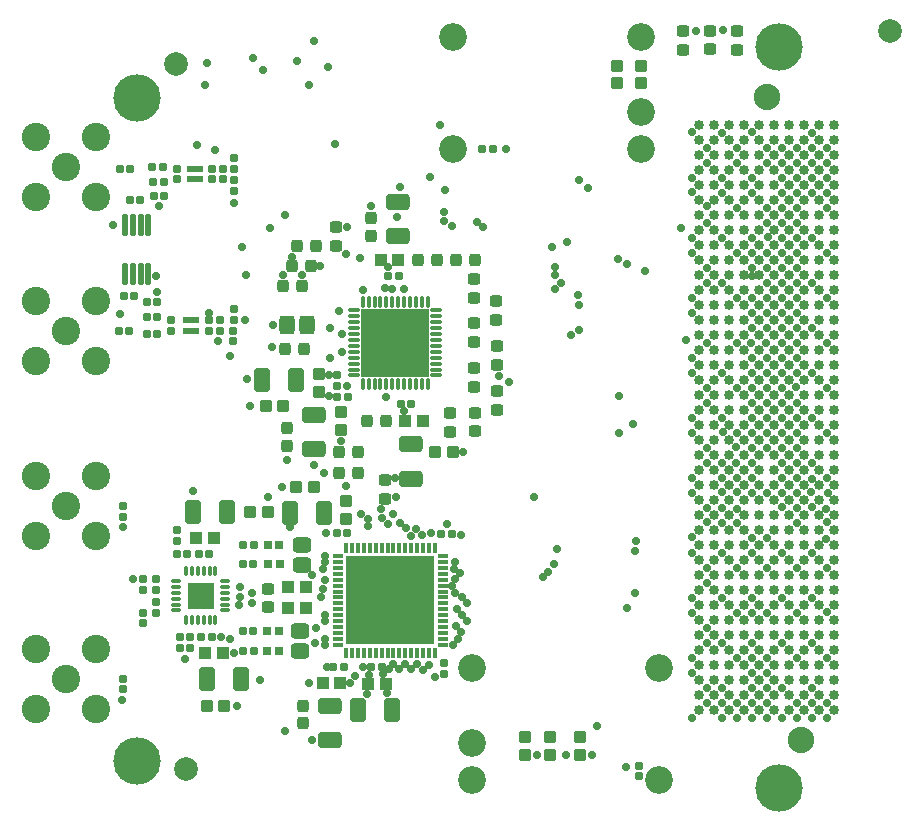
<source format=gts>
G04 Layer_Color=8388736*
%FSLAX25Y25*%
%MOIN*%
G70*
G01*
G75*
G04:AMPARAMS|DCode=66|XSize=28mil|YSize=28mil|CornerRadius=10mil|HoleSize=0mil|Usage=FLASHONLY|Rotation=90.000|XOffset=0mil|YOffset=0mil|HoleType=Round|Shape=RoundedRectangle|*
%AMROUNDEDRECTD66*
21,1,0.02800,0.00800,0,0,90.0*
21,1,0.00800,0.02800,0,0,90.0*
1,1,0.02000,0.00400,0.00400*
1,1,0.02000,0.00400,-0.00400*
1,1,0.02000,-0.00400,-0.00400*
1,1,0.02000,-0.00400,0.00400*
%
%ADD66ROUNDEDRECTD66*%
G04:AMPARAMS|DCode=67|XSize=28mil|YSize=28mil|CornerRadius=10mil|HoleSize=0mil|Usage=FLASHONLY|Rotation=180.000|XOffset=0mil|YOffset=0mil|HoleType=Round|Shape=RoundedRectangle|*
%AMROUNDEDRECTD67*
21,1,0.02800,0.00800,0,0,180.0*
21,1,0.00800,0.02800,0,0,180.0*
1,1,0.02000,-0.00400,0.00400*
1,1,0.02000,0.00400,0.00400*
1,1,0.02000,0.00400,-0.00400*
1,1,0.02000,-0.00400,-0.00400*
%
%ADD67ROUNDEDRECTD67*%
%ADD68O,0.02126X0.07638*%
%ADD69R,0.02769X0.01981*%
G04:AMPARAMS|DCode=70|XSize=79mil|YSize=55mil|CornerRadius=11.99mil|HoleSize=0mil|Usage=FLASHONLY|Rotation=90.000|XOffset=0mil|YOffset=0mil|HoleType=Round|Shape=RoundedRectangle|*
%AMROUNDEDRECTD70*
21,1,0.07900,0.03102,0,0,90.0*
21,1,0.05502,0.05500,0,0,90.0*
1,1,0.02398,0.01551,0.02751*
1,1,0.02398,0.01551,-0.02751*
1,1,0.02398,-0.01551,-0.02751*
1,1,0.02398,-0.01551,0.02751*
%
%ADD70ROUNDEDRECTD70*%
G04:AMPARAMS|DCode=71|XSize=43mil|YSize=42mil|CornerRadius=13.01mil|HoleSize=0mil|Usage=FLASHONLY|Rotation=90.000|XOffset=0mil|YOffset=0mil|HoleType=Round|Shape=RoundedRectangle|*
%AMROUNDEDRECTD71*
21,1,0.04300,0.01598,0,0,90.0*
21,1,0.01698,0.04200,0,0,90.0*
1,1,0.02602,0.00799,0.00849*
1,1,0.02602,0.00799,-0.00849*
1,1,0.02602,-0.00799,-0.00849*
1,1,0.02602,-0.00799,0.00849*
%
%ADD71ROUNDEDRECTD71*%
G04:AMPARAMS|DCode=72|XSize=43mil|YSize=42mil|CornerRadius=13.01mil|HoleSize=0mil|Usage=FLASHONLY|Rotation=0.000|XOffset=0mil|YOffset=0mil|HoleType=Round|Shape=RoundedRectangle|*
%AMROUNDEDRECTD72*
21,1,0.04300,0.01598,0,0,0.0*
21,1,0.01698,0.04200,0,0,0.0*
1,1,0.02602,0.00849,-0.00799*
1,1,0.02602,-0.00849,-0.00799*
1,1,0.02602,-0.00849,0.00799*
1,1,0.02602,0.00849,0.00799*
%
%ADD72ROUNDEDRECTD72*%
G04:AMPARAMS|DCode=73|XSize=79mil|YSize=55mil|CornerRadius=11.99mil|HoleSize=0mil|Usage=FLASHONLY|Rotation=180.000|XOffset=0mil|YOffset=0mil|HoleType=Round|Shape=RoundedRectangle|*
%AMROUNDEDRECTD73*
21,1,0.07900,0.03102,0,0,180.0*
21,1,0.05502,0.05500,0,0,180.0*
1,1,0.02398,-0.02751,0.01551*
1,1,0.02398,0.02751,0.01551*
1,1,0.02398,0.02751,-0.01551*
1,1,0.02398,-0.02751,-0.01551*
%
%ADD73ROUNDEDRECTD73*%
G04:AMPARAMS|DCode=74|XSize=43mil|YSize=39mil|CornerRadius=10.05mil|HoleSize=0mil|Usage=FLASHONLY|Rotation=90.000|XOffset=0mil|YOffset=0mil|HoleType=Round|Shape=RoundedRectangle|*
%AMROUNDEDRECTD74*
21,1,0.04300,0.01891,0,0,90.0*
21,1,0.02291,0.03900,0,0,90.0*
1,1,0.02009,0.00946,0.01146*
1,1,0.02009,0.00946,-0.01146*
1,1,0.02009,-0.00946,-0.01146*
1,1,0.02009,-0.00946,0.01146*
%
%ADD74ROUNDEDRECTD74*%
G04:AMPARAMS|DCode=75|XSize=43mil|YSize=42mil|CornerRadius=9.95mil|HoleSize=0mil|Usage=FLASHONLY|Rotation=90.000|XOffset=0mil|YOffset=0mil|HoleType=Round|Shape=RoundedRectangle|*
%AMROUNDEDRECTD75*
21,1,0.04300,0.02210,0,0,90.0*
21,1,0.02310,0.04200,0,0,90.0*
1,1,0.01990,0.01105,0.01155*
1,1,0.01990,0.01105,-0.01155*
1,1,0.01990,-0.01105,-0.01155*
1,1,0.01990,-0.01105,0.01155*
%
%ADD75ROUNDEDRECTD75*%
G04:AMPARAMS|DCode=76|XSize=43mil|YSize=39mil|CornerRadius=10.05mil|HoleSize=0mil|Usage=FLASHONLY|Rotation=0.000|XOffset=0mil|YOffset=0mil|HoleType=Round|Shape=RoundedRectangle|*
%AMROUNDEDRECTD76*
21,1,0.04300,0.01891,0,0,0.0*
21,1,0.02291,0.03900,0,0,0.0*
1,1,0.02009,0.01146,-0.00946*
1,1,0.02009,-0.01146,-0.00946*
1,1,0.02009,-0.01146,0.00946*
1,1,0.02009,0.01146,0.00946*
%
%ADD76ROUNDEDRECTD76*%
G04:AMPARAMS|DCode=77|XSize=63mil|YSize=51mil|CornerRadius=11.96mil|HoleSize=0mil|Usage=FLASHONLY|Rotation=90.000|XOffset=0mil|YOffset=0mil|HoleType=Round|Shape=RoundedRectangle|*
%AMROUNDEDRECTD77*
21,1,0.06300,0.02709,0,0,90.0*
21,1,0.03909,0.05100,0,0,90.0*
1,1,0.02391,0.01355,0.01955*
1,1,0.02391,0.01355,-0.01955*
1,1,0.02391,-0.01355,-0.01955*
1,1,0.02391,-0.01355,0.01955*
%
%ADD77ROUNDEDRECTD77*%
G04:AMPARAMS|DCode=78|XSize=43mil|YSize=42mil|CornerRadius=9.95mil|HoleSize=0mil|Usage=FLASHONLY|Rotation=0.000|XOffset=0mil|YOffset=0mil|HoleType=Round|Shape=RoundedRectangle|*
%AMROUNDEDRECTD78*
21,1,0.04300,0.02210,0,0,0.0*
21,1,0.02310,0.04200,0,0,0.0*
1,1,0.01990,0.01155,-0.01105*
1,1,0.01990,-0.01155,-0.01105*
1,1,0.01990,-0.01155,0.01105*
1,1,0.01990,0.01155,0.01105*
%
%ADD78ROUNDEDRECTD78*%
%ADD79O,0.01654X0.03898*%
%ADD80R,0.22598X0.22598*%
%ADD81O,0.03898X0.01654*%
%ADD82R,0.03162X0.02769*%
%ADD83O,0.03740X0.01378*%
%ADD84O,0.01378X0.03740*%
%ADD85R,0.08858X0.08858*%
G04:AMPARAMS|DCode=86|XSize=63mil|YSize=51mil|CornerRadius=11.96mil|HoleSize=0mil|Usage=FLASHONLY|Rotation=180.000|XOffset=0mil|YOffset=0mil|HoleType=Round|Shape=RoundedRectangle|*
%AMROUNDEDRECTD86*
21,1,0.06300,0.02709,0,0,180.0*
21,1,0.03909,0.05100,0,0,180.0*
1,1,0.02391,-0.01955,0.01355*
1,1,0.02391,0.01955,0.01355*
1,1,0.02391,0.01955,-0.01355*
1,1,0.02391,-0.01955,-0.01355*
%
%ADD86ROUNDEDRECTD86*%
%ADD87R,0.29685X0.29685*%
%ADD88O,0.03701X0.01457*%
%ADD89O,0.01457X0.03701*%
%ADD90C,0.03320*%
%ADD91C,0.07874*%
%ADD92C,0.09200*%
%ADD93C,0.15800*%
%ADD94C,0.09461*%
%ADD95C,0.08800*%
%ADD96C,0.06299*%
%ADD97C,0.02800*%
%ADD98C,0.02769*%
D66*
X523250Y763500D02*
D03*
X526750D02*
D03*
X511800Y772500D02*
D03*
X515300D02*
D03*
X522750Y773000D02*
D03*
X526250D02*
D03*
X542750Y772500D02*
D03*
X546250D02*
D03*
X542750Y769000D02*
D03*
X546250D02*
D03*
X523000Y768000D02*
D03*
X526500D02*
D03*
X515250Y762000D02*
D03*
X518750D02*
D03*
X524300Y723000D02*
D03*
X520800D02*
D03*
X515050Y718500D02*
D03*
X511550D02*
D03*
X524300Y717500D02*
D03*
X520800D02*
D03*
Y728000D02*
D03*
X524300D02*
D03*
X545250Y718500D02*
D03*
X541750D02*
D03*
X545250Y722000D02*
D03*
X541750D02*
D03*
X516750Y730000D02*
D03*
X513250D02*
D03*
X587850Y696500D02*
D03*
X584350D02*
D03*
X604850Y736700D02*
D03*
X601350D02*
D03*
X609000Y694100D02*
D03*
X605500D02*
D03*
X534350Y644200D02*
D03*
X530850D02*
D03*
X531850Y612700D02*
D03*
X535350D02*
D03*
Y616400D02*
D03*
X531850D02*
D03*
X556350Y618489D02*
D03*
X552850D02*
D03*
X556450Y611739D02*
D03*
X552950D02*
D03*
X541650Y644193D02*
D03*
X538150D02*
D03*
X556500Y647200D02*
D03*
X553000D02*
D03*
X556350Y640700D02*
D03*
X552850D02*
D03*
X539100Y616400D02*
D03*
X542600D02*
D03*
X586450Y606500D02*
D03*
X582950D02*
D03*
X587750Y651000D02*
D03*
X584250D02*
D03*
X599150Y606500D02*
D03*
X595650D02*
D03*
X619058Y650700D02*
D03*
X622558D02*
D03*
X636250Y779122D02*
D03*
X632750D02*
D03*
D67*
X550000Y772500D02*
D03*
Y776000D02*
D03*
Y768750D02*
D03*
Y765250D02*
D03*
X529000Y722000D02*
D03*
Y718500D02*
D03*
X550000Y722250D02*
D03*
Y725750D02*
D03*
X549500Y718600D02*
D03*
Y715100D02*
D03*
X584312Y703673D02*
D03*
Y700173D02*
D03*
X531000Y772500D02*
D03*
Y769000D02*
D03*
X530900Y648500D02*
D03*
Y652000D02*
D03*
X512800Y656600D02*
D03*
Y660100D02*
D03*
X524000Y635800D02*
D03*
Y632300D02*
D03*
X519700Y635800D02*
D03*
Y632300D02*
D03*
Y624550D02*
D03*
Y621050D02*
D03*
X523900Y628050D02*
D03*
Y624550D02*
D03*
X512900Y599150D02*
D03*
Y602650D02*
D03*
X620000Y607700D02*
D03*
Y604200D02*
D03*
X685000Y573550D02*
D03*
Y570050D02*
D03*
D68*
X521339Y753669D02*
D03*
X518780D02*
D03*
X516221D02*
D03*
X513661D02*
D03*
X521339Y737331D02*
D03*
X518780D02*
D03*
X516221D02*
D03*
X513661D02*
D03*
D69*
X537000Y722000D02*
D03*
X534244D02*
D03*
Y718500D02*
D03*
X537000D02*
D03*
X535622Y769000D02*
D03*
X538378D02*
D03*
Y772500D02*
D03*
X535622D02*
D03*
D70*
X559269Y702200D02*
D03*
X570669D02*
D03*
X536300Y658100D02*
D03*
X547700D02*
D03*
X568500Y657900D02*
D03*
X579900D02*
D03*
X552400Y602500D02*
D03*
X541000D02*
D03*
X602700Y592100D02*
D03*
X591300D02*
D03*
D71*
X567500Y680300D02*
D03*
Y686200D02*
D03*
X595600Y756000D02*
D03*
Y750100D02*
D03*
X572900Y587750D02*
D03*
Y593650D02*
D03*
D72*
X560500Y693446D02*
D03*
X566400D02*
D03*
X570650Y666600D02*
D03*
X576550D02*
D03*
X561300Y658136D02*
D03*
X555400D02*
D03*
X546700Y593500D02*
D03*
X540800D02*
D03*
X622900Y678000D02*
D03*
X617000D02*
D03*
D73*
X576700Y679200D02*
D03*
Y690600D02*
D03*
X608800Y669300D02*
D03*
Y680700D02*
D03*
X604700Y761500D02*
D03*
Y750100D02*
D03*
X582000Y582200D02*
D03*
Y593600D02*
D03*
D74*
X585100Y678200D02*
D03*
X591400D02*
D03*
X594200Y688500D02*
D03*
X600500D02*
D03*
X584850Y671300D02*
D03*
X591150D02*
D03*
X566900Y712600D02*
D03*
X573200D02*
D03*
X566200Y733500D02*
D03*
X572500D02*
D03*
X569200Y740200D02*
D03*
X575500D02*
D03*
X571050Y746900D02*
D03*
X577350D02*
D03*
X611250Y742300D02*
D03*
X617550D02*
D03*
X623850Y742200D02*
D03*
X630150D02*
D03*
D75*
X585500Y691400D02*
D03*
Y685500D02*
D03*
X578200Y704100D02*
D03*
Y698200D02*
D03*
X587336Y655900D02*
D03*
Y661800D02*
D03*
X677500Y801000D02*
D03*
Y806900D02*
D03*
X685500Y801000D02*
D03*
Y806900D02*
D03*
X646800Y577100D02*
D03*
Y583000D02*
D03*
X655400Y577150D02*
D03*
Y583050D02*
D03*
X665400Y577150D02*
D03*
Y583050D02*
D03*
D76*
X600300Y668850D02*
D03*
Y662550D02*
D03*
X584100Y753000D02*
D03*
Y746700D02*
D03*
X630000Y729450D02*
D03*
Y735750D02*
D03*
X637400Y722118D02*
D03*
Y728418D02*
D03*
X630293Y691300D02*
D03*
Y685000D02*
D03*
X637500Y713516D02*
D03*
Y707216D02*
D03*
X630100Y706100D02*
D03*
Y699800D02*
D03*
X622000Y691150D02*
D03*
Y684850D02*
D03*
X637500Y698600D02*
D03*
Y692300D02*
D03*
X630000Y721000D02*
D03*
Y714700D02*
D03*
X561300Y626350D02*
D03*
Y632650D02*
D03*
X699500Y812200D02*
D03*
Y818500D02*
D03*
X708500Y812350D02*
D03*
Y818650D02*
D03*
X717500Y812200D02*
D03*
Y818500D02*
D03*
D77*
X574300Y720600D02*
D03*
X567600D02*
D03*
D78*
X612900Y688344D02*
D03*
X607000D02*
D03*
X543250Y649600D02*
D03*
X537350D02*
D03*
X540300Y611000D02*
D03*
X546200D02*
D03*
X585400Y601300D02*
D03*
X579500D02*
D03*
X567900Y633200D02*
D03*
X573800D02*
D03*
X567900Y626000D02*
D03*
X573800D02*
D03*
X594763Y600900D02*
D03*
X600663D02*
D03*
X604750Y742200D02*
D03*
X598850D02*
D03*
D79*
X612528Y728181D02*
D03*
X614496D02*
D03*
X608591Y700819D02*
D03*
X610559D02*
D03*
X612528D02*
D03*
X614496D02*
D03*
X602685D02*
D03*
X604654D02*
D03*
X608591Y728181D02*
D03*
X610559D02*
D03*
X592842D02*
D03*
X594811D02*
D03*
X596779D02*
D03*
X598748D02*
D03*
X600716D02*
D03*
X602685D02*
D03*
X604654D02*
D03*
X606622D02*
D03*
Y700819D02*
D03*
X600716D02*
D03*
X598748D02*
D03*
X596779D02*
D03*
X594811D02*
D03*
X592842D02*
D03*
D80*
X603669Y714500D02*
D03*
D81*
X589988Y703673D02*
D03*
Y705642D02*
D03*
Y707610D02*
D03*
Y709579D02*
D03*
Y711547D02*
D03*
Y713516D02*
D03*
Y715484D02*
D03*
Y717453D02*
D03*
Y719421D02*
D03*
Y721390D02*
D03*
Y723358D02*
D03*
Y725327D02*
D03*
X617350D02*
D03*
Y723358D02*
D03*
Y721390D02*
D03*
Y719421D02*
D03*
Y717453D02*
D03*
Y715484D02*
D03*
Y713516D02*
D03*
Y711547D02*
D03*
Y709579D02*
D03*
Y707610D02*
D03*
Y705642D02*
D03*
Y703673D02*
D03*
D82*
X565001Y618600D02*
D03*
X561064D02*
D03*
X560931Y611739D02*
D03*
X564868D02*
D03*
X565068Y647200D02*
D03*
X561131D02*
D03*
X561232Y640700D02*
D03*
X565169D02*
D03*
D83*
X530750Y635192D02*
D03*
Y633224D02*
D03*
Y631255D02*
D03*
Y629287D02*
D03*
Y627318D02*
D03*
Y625350D02*
D03*
X546892D02*
D03*
Y627318D02*
D03*
Y629287D02*
D03*
Y631255D02*
D03*
Y633224D02*
D03*
Y635192D02*
D03*
D84*
X533900Y622200D02*
D03*
X535869D02*
D03*
X537837D02*
D03*
X539806D02*
D03*
X541774D02*
D03*
X543743D02*
D03*
Y638342D02*
D03*
X541774D02*
D03*
X539806D02*
D03*
X537837D02*
D03*
X535869D02*
D03*
X533900D02*
D03*
D85*
X538821Y630271D02*
D03*
D86*
X572000Y618450D02*
D03*
Y611750D02*
D03*
X572600Y647250D02*
D03*
Y640550D02*
D03*
D87*
X602100Y628700D02*
D03*
D88*
X619718Y643464D02*
D03*
Y641495D02*
D03*
Y639527D02*
D03*
Y637558D02*
D03*
Y635590D02*
D03*
Y633621D02*
D03*
Y631653D02*
D03*
Y629684D02*
D03*
Y627716D02*
D03*
Y625747D02*
D03*
Y623779D02*
D03*
Y621810D02*
D03*
Y619842D02*
D03*
Y617873D02*
D03*
Y615905D02*
D03*
Y613936D02*
D03*
X584482D02*
D03*
Y615905D02*
D03*
Y617873D02*
D03*
Y619842D02*
D03*
Y621810D02*
D03*
Y623779D02*
D03*
Y625747D02*
D03*
Y627716D02*
D03*
Y629684D02*
D03*
Y631653D02*
D03*
Y633621D02*
D03*
Y635590D02*
D03*
Y637558D02*
D03*
Y639527D02*
D03*
Y641495D02*
D03*
Y643464D02*
D03*
D89*
X616864Y611082D02*
D03*
X612927D02*
D03*
X610958D02*
D03*
X608990D02*
D03*
X605053D02*
D03*
X603084D02*
D03*
X601116D02*
D03*
X599147D02*
D03*
X597179D02*
D03*
X595210D02*
D03*
X593242D02*
D03*
X591273D02*
D03*
X589305D02*
D03*
X587336D02*
D03*
Y646318D02*
D03*
X589305D02*
D03*
X591273D02*
D03*
X593242D02*
D03*
X595210D02*
D03*
X597179D02*
D03*
X599147D02*
D03*
X601116D02*
D03*
X603084D02*
D03*
X605053D02*
D03*
X607021D02*
D03*
X608990D02*
D03*
X610958D02*
D03*
X612927D02*
D03*
X614895D02*
D03*
X616864D02*
D03*
X614895Y611082D02*
D03*
X607021D02*
D03*
D90*
X750000Y592000D02*
D03*
Y597000D02*
D03*
Y602000D02*
D03*
Y607000D02*
D03*
Y612000D02*
D03*
Y617000D02*
D03*
Y622000D02*
D03*
Y627000D02*
D03*
Y632000D02*
D03*
Y637000D02*
D03*
Y642000D02*
D03*
Y647000D02*
D03*
Y652000D02*
D03*
Y657000D02*
D03*
Y662000D02*
D03*
Y667000D02*
D03*
Y672000D02*
D03*
Y677000D02*
D03*
Y682000D02*
D03*
Y687000D02*
D03*
Y692000D02*
D03*
Y697000D02*
D03*
Y702000D02*
D03*
Y707000D02*
D03*
Y712000D02*
D03*
Y717000D02*
D03*
Y722000D02*
D03*
Y727000D02*
D03*
Y732000D02*
D03*
Y737000D02*
D03*
Y742000D02*
D03*
Y747000D02*
D03*
Y752000D02*
D03*
Y757000D02*
D03*
Y762000D02*
D03*
Y767000D02*
D03*
Y772000D02*
D03*
Y777000D02*
D03*
Y782000D02*
D03*
Y787000D02*
D03*
X745000Y592000D02*
D03*
Y597000D02*
D03*
Y602000D02*
D03*
Y607000D02*
D03*
Y612000D02*
D03*
Y617000D02*
D03*
Y622000D02*
D03*
Y627000D02*
D03*
Y632000D02*
D03*
Y637000D02*
D03*
Y642000D02*
D03*
Y647000D02*
D03*
Y652000D02*
D03*
Y657000D02*
D03*
Y662000D02*
D03*
Y667000D02*
D03*
Y672000D02*
D03*
Y677000D02*
D03*
Y682000D02*
D03*
Y687000D02*
D03*
Y692000D02*
D03*
Y697000D02*
D03*
Y702000D02*
D03*
Y707000D02*
D03*
Y712000D02*
D03*
Y717000D02*
D03*
Y722000D02*
D03*
Y727000D02*
D03*
Y732000D02*
D03*
Y737000D02*
D03*
Y742000D02*
D03*
Y747000D02*
D03*
Y752000D02*
D03*
Y757000D02*
D03*
Y762000D02*
D03*
Y767000D02*
D03*
Y772000D02*
D03*
Y777000D02*
D03*
Y782000D02*
D03*
Y787000D02*
D03*
X740000Y592000D02*
D03*
Y597000D02*
D03*
Y602000D02*
D03*
Y607000D02*
D03*
Y612000D02*
D03*
Y617000D02*
D03*
Y622000D02*
D03*
Y627000D02*
D03*
Y632000D02*
D03*
Y637000D02*
D03*
Y642000D02*
D03*
Y647000D02*
D03*
Y652000D02*
D03*
Y657000D02*
D03*
Y662000D02*
D03*
Y667000D02*
D03*
Y672000D02*
D03*
Y677000D02*
D03*
Y682000D02*
D03*
Y687000D02*
D03*
Y692000D02*
D03*
Y697000D02*
D03*
Y702000D02*
D03*
Y707000D02*
D03*
Y712000D02*
D03*
Y717000D02*
D03*
Y722000D02*
D03*
Y727000D02*
D03*
Y732000D02*
D03*
Y737000D02*
D03*
Y742000D02*
D03*
Y747000D02*
D03*
Y752000D02*
D03*
Y757000D02*
D03*
Y762000D02*
D03*
Y767000D02*
D03*
Y772000D02*
D03*
Y777000D02*
D03*
Y782000D02*
D03*
Y787000D02*
D03*
X735000Y592000D02*
D03*
Y597000D02*
D03*
Y602000D02*
D03*
Y607000D02*
D03*
Y612000D02*
D03*
Y617000D02*
D03*
Y622000D02*
D03*
Y627000D02*
D03*
Y632000D02*
D03*
Y637000D02*
D03*
Y642000D02*
D03*
Y647000D02*
D03*
Y652000D02*
D03*
Y657000D02*
D03*
Y662000D02*
D03*
Y667000D02*
D03*
Y672000D02*
D03*
Y677000D02*
D03*
Y682000D02*
D03*
Y687000D02*
D03*
Y692000D02*
D03*
Y697000D02*
D03*
Y702000D02*
D03*
Y707000D02*
D03*
Y712000D02*
D03*
Y717000D02*
D03*
Y722000D02*
D03*
Y727000D02*
D03*
Y732000D02*
D03*
Y737000D02*
D03*
Y742000D02*
D03*
Y747000D02*
D03*
Y752000D02*
D03*
Y757000D02*
D03*
Y762000D02*
D03*
Y767000D02*
D03*
Y772000D02*
D03*
Y777000D02*
D03*
Y782000D02*
D03*
Y787000D02*
D03*
X730000Y592000D02*
D03*
Y597000D02*
D03*
Y602000D02*
D03*
Y607000D02*
D03*
Y612000D02*
D03*
Y617000D02*
D03*
Y622000D02*
D03*
Y627000D02*
D03*
Y632000D02*
D03*
Y637000D02*
D03*
Y642000D02*
D03*
Y647000D02*
D03*
Y652000D02*
D03*
Y657000D02*
D03*
Y662000D02*
D03*
Y667000D02*
D03*
Y672000D02*
D03*
Y677000D02*
D03*
Y682000D02*
D03*
Y687000D02*
D03*
Y692000D02*
D03*
Y697000D02*
D03*
Y702000D02*
D03*
Y707000D02*
D03*
Y712000D02*
D03*
Y717000D02*
D03*
Y722000D02*
D03*
Y727000D02*
D03*
Y732000D02*
D03*
Y737000D02*
D03*
Y742000D02*
D03*
Y747000D02*
D03*
Y752000D02*
D03*
Y757000D02*
D03*
Y762000D02*
D03*
Y767000D02*
D03*
Y772000D02*
D03*
Y777000D02*
D03*
Y782000D02*
D03*
Y787000D02*
D03*
X725000Y592000D02*
D03*
Y597000D02*
D03*
Y602000D02*
D03*
Y607000D02*
D03*
Y612000D02*
D03*
Y617000D02*
D03*
Y622000D02*
D03*
Y627000D02*
D03*
Y632000D02*
D03*
Y637000D02*
D03*
Y642000D02*
D03*
Y647000D02*
D03*
Y652000D02*
D03*
Y657000D02*
D03*
Y662000D02*
D03*
Y667000D02*
D03*
Y672000D02*
D03*
Y677000D02*
D03*
Y682000D02*
D03*
Y687000D02*
D03*
Y692000D02*
D03*
Y697000D02*
D03*
Y702000D02*
D03*
Y707000D02*
D03*
Y712000D02*
D03*
Y717000D02*
D03*
Y722000D02*
D03*
Y727000D02*
D03*
Y732000D02*
D03*
Y737000D02*
D03*
Y742000D02*
D03*
Y747000D02*
D03*
Y752000D02*
D03*
Y757000D02*
D03*
Y762000D02*
D03*
Y767000D02*
D03*
Y772000D02*
D03*
Y777000D02*
D03*
Y782000D02*
D03*
Y787000D02*
D03*
X720000Y592000D02*
D03*
Y597000D02*
D03*
Y602000D02*
D03*
Y607000D02*
D03*
Y612000D02*
D03*
Y617000D02*
D03*
Y622000D02*
D03*
Y627000D02*
D03*
Y632000D02*
D03*
Y637000D02*
D03*
Y642000D02*
D03*
Y647000D02*
D03*
Y652000D02*
D03*
Y657000D02*
D03*
Y662000D02*
D03*
Y667000D02*
D03*
Y672000D02*
D03*
Y677000D02*
D03*
Y682000D02*
D03*
Y687000D02*
D03*
Y692000D02*
D03*
Y697000D02*
D03*
Y702000D02*
D03*
Y707000D02*
D03*
Y712000D02*
D03*
Y717000D02*
D03*
Y722000D02*
D03*
Y727000D02*
D03*
Y732000D02*
D03*
Y737000D02*
D03*
Y742000D02*
D03*
Y747000D02*
D03*
Y752000D02*
D03*
Y757000D02*
D03*
Y762000D02*
D03*
Y767000D02*
D03*
Y772000D02*
D03*
Y777000D02*
D03*
Y782000D02*
D03*
Y787000D02*
D03*
X715000Y592000D02*
D03*
Y597000D02*
D03*
Y602000D02*
D03*
Y607000D02*
D03*
Y612000D02*
D03*
Y617000D02*
D03*
Y622000D02*
D03*
Y627000D02*
D03*
Y632000D02*
D03*
Y637000D02*
D03*
Y642000D02*
D03*
Y647000D02*
D03*
Y652000D02*
D03*
Y657000D02*
D03*
Y662000D02*
D03*
Y667000D02*
D03*
Y672000D02*
D03*
Y677000D02*
D03*
Y682000D02*
D03*
Y687000D02*
D03*
Y692000D02*
D03*
Y697000D02*
D03*
Y702000D02*
D03*
Y707000D02*
D03*
Y712000D02*
D03*
Y717000D02*
D03*
Y722000D02*
D03*
Y727000D02*
D03*
Y732000D02*
D03*
Y737000D02*
D03*
Y742000D02*
D03*
Y747000D02*
D03*
Y752000D02*
D03*
Y757000D02*
D03*
Y762000D02*
D03*
Y767000D02*
D03*
Y772000D02*
D03*
Y777000D02*
D03*
Y782000D02*
D03*
Y787000D02*
D03*
X705000Y592000D02*
D03*
Y597000D02*
D03*
Y602000D02*
D03*
Y607000D02*
D03*
Y612000D02*
D03*
Y617000D02*
D03*
Y622000D02*
D03*
Y627000D02*
D03*
Y632000D02*
D03*
Y637000D02*
D03*
Y642000D02*
D03*
Y647000D02*
D03*
Y652000D02*
D03*
Y657000D02*
D03*
Y662000D02*
D03*
Y667000D02*
D03*
Y672000D02*
D03*
Y677000D02*
D03*
Y682000D02*
D03*
Y687000D02*
D03*
Y692000D02*
D03*
Y697000D02*
D03*
Y702000D02*
D03*
Y707000D02*
D03*
Y712000D02*
D03*
Y717000D02*
D03*
Y722000D02*
D03*
Y727000D02*
D03*
Y732000D02*
D03*
Y737000D02*
D03*
Y742000D02*
D03*
Y747000D02*
D03*
Y752000D02*
D03*
Y757000D02*
D03*
Y762000D02*
D03*
Y767000D02*
D03*
Y772000D02*
D03*
Y777000D02*
D03*
Y782000D02*
D03*
Y787000D02*
D03*
X710000D02*
D03*
Y782000D02*
D03*
Y777000D02*
D03*
Y772000D02*
D03*
Y767000D02*
D03*
Y762000D02*
D03*
Y757000D02*
D03*
Y752000D02*
D03*
Y747000D02*
D03*
Y742000D02*
D03*
Y737000D02*
D03*
Y732000D02*
D03*
Y727000D02*
D03*
Y722000D02*
D03*
Y717000D02*
D03*
Y712000D02*
D03*
Y707000D02*
D03*
Y702000D02*
D03*
Y697000D02*
D03*
Y692000D02*
D03*
Y687000D02*
D03*
Y682000D02*
D03*
Y677000D02*
D03*
Y672000D02*
D03*
Y667000D02*
D03*
Y662000D02*
D03*
Y657000D02*
D03*
Y652000D02*
D03*
Y647000D02*
D03*
Y642000D02*
D03*
Y637000D02*
D03*
Y632000D02*
D03*
Y627000D02*
D03*
Y622000D02*
D03*
Y617000D02*
D03*
Y612000D02*
D03*
Y607000D02*
D03*
Y602000D02*
D03*
Y597000D02*
D03*
Y592000D02*
D03*
D91*
X530500Y807500D02*
D03*
X534000Y572500D02*
D03*
X768500Y818500D02*
D03*
X530500Y807500D02*
D03*
X768500Y818500D02*
D03*
X534000Y572500D02*
D03*
D92*
X685500Y816622D02*
D03*
Y791622D02*
D03*
Y779122D02*
D03*
X623000D02*
D03*
Y816622D02*
D03*
X629203Y606219D02*
D03*
Y581219D02*
D03*
Y568719D02*
D03*
X691703D02*
D03*
Y606219D02*
D03*
D93*
X517500Y796000D02*
D03*
X731500Y813000D02*
D03*
Y566000D02*
D03*
X517500Y575000D02*
D03*
D94*
X494050Y718500D02*
D03*
X504050Y708500D02*
D03*
X484050D02*
D03*
Y728500D02*
D03*
X504050D02*
D03*
X494050Y773000D02*
D03*
X504050Y763000D02*
D03*
X484050D02*
D03*
Y783000D02*
D03*
X504050D02*
D03*
X494000Y602500D02*
D03*
X504000Y592500D02*
D03*
X484000D02*
D03*
Y612500D02*
D03*
X504000D02*
D03*
X494050Y660000D02*
D03*
X504050Y650000D02*
D03*
X484050D02*
D03*
Y670000D02*
D03*
X504050D02*
D03*
D95*
X727500Y796500D02*
D03*
X739000Y582000D02*
D03*
D96*
X739500Y582450D02*
D03*
X727500Y796550D02*
D03*
D97*
X707600Y760100D02*
D03*
X717600Y774600D02*
D03*
X712600Y769600D02*
D03*
X742600Y764600D02*
D03*
Y749600D02*
D03*
Y734600D02*
D03*
X722600Y729600D02*
D03*
X717600D02*
D03*
X742600Y719600D02*
D03*
Y704600D02*
D03*
X712600D02*
D03*
X702600D02*
D03*
X727600Y694600D02*
D03*
X707600D02*
D03*
X702600Y689600D02*
D03*
X712600D02*
D03*
X722600D02*
D03*
X732600D02*
D03*
X742600D02*
D03*
X712600Y654600D02*
D03*
X737600Y669600D02*
D03*
X732600Y674600D02*
D03*
X727600Y679600D02*
D03*
X722600Y684600D02*
D03*
X717600D02*
D03*
X702600D02*
D03*
X742600Y674600D02*
D03*
X727600Y664600D02*
D03*
X722600D02*
D03*
X702600D02*
D03*
X712600Y659600D02*
D03*
X707600D02*
D03*
X717600Y654600D02*
D03*
X737600D02*
D03*
X747700Y654700D02*
D03*
X742600Y644600D02*
D03*
X732600D02*
D03*
X727600Y649600D02*
D03*
X722600D02*
D03*
Y644600D02*
D03*
X712600D02*
D03*
X707600Y654700D02*
D03*
X702600Y649700D02*
D03*
Y644600D02*
D03*
X707600Y639600D02*
D03*
Y634600D02*
D03*
X717600Y639600D02*
D03*
X727600D02*
D03*
X737600D02*
D03*
X747600D02*
D03*
X747700Y624700D02*
D03*
X742600Y629600D02*
D03*
X732600D02*
D03*
X737600Y624600D02*
D03*
X727600D02*
D03*
X722600Y629600D02*
D03*
Y624600D02*
D03*
X717600D02*
D03*
X712600Y629600D02*
D03*
X702600D02*
D03*
Y624600D02*
D03*
X707600Y619600D02*
D03*
X722600Y614600D02*
D03*
X742600D02*
D03*
X732600D02*
D03*
X727600Y594600D02*
D03*
X732600Y599600D02*
D03*
X727600D02*
D03*
Y604600D02*
D03*
X712600Y614600D02*
D03*
X707600D02*
D03*
X702600Y609600D02*
D03*
X742600Y599600D02*
D03*
X702600Y604600D02*
D03*
X717600Y609600D02*
D03*
X722600D02*
D03*
Y604600D02*
D03*
X727600Y609600D02*
D03*
X737600D02*
D03*
X747600D02*
D03*
Y594600D02*
D03*
X742600D02*
D03*
X737600D02*
D03*
X722600Y599600D02*
D03*
X712600D02*
D03*
X707600D02*
D03*
X702600Y589600D02*
D03*
X707600Y594600D02*
D03*
X712600Y589600D02*
D03*
X717600Y594600D02*
D03*
X722600D02*
D03*
X712600D02*
D03*
X717600Y589600D02*
D03*
X722600D02*
D03*
X727600D02*
D03*
X732600D02*
D03*
X737600D02*
D03*
X742600D02*
D03*
X747600D02*
D03*
Y729600D02*
D03*
X717600Y669600D02*
D03*
X747600D02*
D03*
X737600Y684600D02*
D03*
X747600D02*
D03*
Y699600D02*
D03*
X737400Y699800D02*
D03*
X717600Y699600D02*
D03*
X732600Y704600D02*
D03*
X722600D02*
D03*
X727600Y724600D02*
D03*
X732600Y719600D02*
D03*
X737600Y714600D02*
D03*
X747600D02*
D03*
X737600Y729600D02*
D03*
X712600Y734600D02*
D03*
X707600D02*
D03*
Y739600D02*
D03*
X737600Y744600D02*
D03*
X747600D02*
D03*
X707600Y754600D02*
D03*
X712600Y764600D02*
D03*
X717600Y759600D02*
D03*
X727600D02*
D03*
X737600D02*
D03*
X702700Y764700D02*
D03*
X727600Y774600D02*
D03*
X732600Y769600D02*
D03*
X742600D02*
D03*
X737600Y774600D02*
D03*
Y779600D02*
D03*
X747600Y774600D02*
D03*
Y779600D02*
D03*
X727600D02*
D03*
X717600D02*
D03*
X707600D02*
D03*
X742600Y784600D02*
D03*
X722500Y784700D02*
D03*
X712600Y784600D02*
D03*
X702700Y784700D02*
D03*
X747300Y649300D02*
D03*
X712500Y669500D02*
D03*
X742500Y669300D02*
D03*
X712600Y664700D02*
D03*
X747900Y664500D02*
D03*
X742400Y664700D02*
D03*
X717400Y674400D02*
D03*
Y679700D02*
D03*
X712800Y684700D02*
D03*
X732600Y749600D02*
D03*
X727600Y754600D02*
D03*
X717600Y744600D02*
D03*
X702600Y729600D02*
D03*
X512700Y595500D02*
D03*
X512800Y653100D02*
D03*
X545600Y616400D02*
D03*
X550000Y611200D02*
D03*
X533600Y609200D02*
D03*
X536300Y665000D02*
D03*
X580600Y651100D02*
D03*
X594800Y603750D02*
D03*
X600708Y696486D02*
D03*
X606764Y691700D02*
D03*
X587473Y700173D02*
D03*
X585500Y681700D02*
D03*
X576600Y673900D02*
D03*
X555246Y693446D02*
D03*
X577000Y614400D02*
D03*
X516200Y635800D02*
D03*
X551800Y629700D02*
D03*
X548770Y615970D02*
D03*
X551762Y627200D02*
D03*
X551800Y633300D02*
D03*
X561300Y663000D02*
D03*
X565786Y666600D02*
D03*
X587336Y666664D02*
D03*
X579986Y671300D02*
D03*
X568500Y653036D02*
D03*
X625600Y650600D02*
D03*
X580800Y606500D02*
D03*
X581677Y696700D02*
D03*
X554200Y702500D02*
D03*
X562700Y713200D02*
D03*
X562831Y720600D02*
D03*
X601350Y739700D02*
D03*
X587450Y753000D02*
D03*
X553500Y722250D02*
D03*
X747600Y759600D02*
D03*
X732600Y764600D02*
D03*
X707600Y699500D02*
D03*
X722600Y669600D02*
D03*
X702600D02*
D03*
X556200Y809500D02*
D03*
X559550Y805350D02*
D03*
X540900Y807800D02*
D03*
X540150Y800500D02*
D03*
X544636Y715100D02*
D03*
X548500Y710166D02*
D03*
X512089Y724000D02*
D03*
X541600Y724400D02*
D03*
X509600Y753684D02*
D03*
X524011Y736900D02*
D03*
X572500Y737100D02*
D03*
X578600Y740200D02*
D03*
X604200Y756600D02*
D03*
X620200Y765600D02*
D03*
X620100Y758300D02*
D03*
X591900Y742700D02*
D03*
X618651Y787049D02*
D03*
X615400Y769700D02*
D03*
X605200Y766600D02*
D03*
X583700Y780900D02*
D03*
X587200Y744300D02*
D03*
X537500Y780500D02*
D03*
X524900Y760200D02*
D03*
X524350Y731350D02*
D03*
X575100Y601300D02*
D03*
X703900Y818600D02*
D03*
X713100Y818700D02*
D03*
X592842Y732313D02*
D03*
X606500Y732400D02*
D03*
X586100Y711547D02*
D03*
Y717453D02*
D03*
X584800Y725300D02*
D03*
X581900Y709500D02*
D03*
Y719400D02*
D03*
X602700Y732400D02*
D03*
X550000Y761000D02*
D03*
X566200Y737200D02*
D03*
X626400Y678000D02*
D03*
X567500Y675600D02*
D03*
X722600Y699600D02*
D03*
X732600Y669600D02*
D03*
X722600Y679600D02*
D03*
Y674600D02*
D03*
X727600Y689600D02*
D03*
Y684600D02*
D03*
X732600Y694600D02*
D03*
Y699600D02*
D03*
X747600Y769600D02*
D03*
X707600Y714600D02*
D03*
X722600Y764600D02*
D03*
Y769600D02*
D03*
X702600D02*
D03*
X727600Y739600D02*
D03*
X722600Y744600D02*
D03*
X683700Y631087D02*
D03*
Y645192D02*
D03*
X684061Y648395D02*
D03*
X594168Y597400D02*
D03*
X599650Y604050D02*
D03*
X657700Y645672D02*
D03*
X681000Y626300D02*
D03*
X737600Y679600D02*
D03*
Y674600D02*
D03*
X732600Y664600D02*
D03*
X737600D02*
D03*
Y659600D02*
D03*
X727600Y709600D02*
D03*
X702600D02*
D03*
X722600Y724600D02*
D03*
X737600Y769600D02*
D03*
X727300Y714600D02*
D03*
X727600Y719600D02*
D03*
X717600Y714600D02*
D03*
X556100Y631250D02*
D03*
Y627750D02*
D03*
X747600Y764600D02*
D03*
X722600Y719600D02*
D03*
X722300Y714500D02*
D03*
X732600Y709600D02*
D03*
Y714600D02*
D03*
X737600Y704600D02*
D03*
Y709600D02*
D03*
X727600Y704600D02*
D03*
Y699600D02*
D03*
X747300Y659300D02*
D03*
X717600D02*
D03*
X717700Y664700D02*
D03*
X652800Y636600D02*
D03*
X654521Y638321D02*
D03*
X656439Y640767D02*
D03*
X650000Y663000D02*
D03*
X722600Y694600D02*
D03*
X737600Y689600D02*
D03*
Y694600D02*
D03*
X712600Y674600D02*
D03*
X707600D02*
D03*
X707700Y679500D02*
D03*
X608800Y650300D02*
D03*
X580190Y615905D02*
D03*
X623700Y635669D02*
D03*
X599240Y656000D02*
D03*
X607108Y652797D02*
D03*
X580321Y623779D02*
D03*
X580190Y643464D02*
D03*
X577350Y619400D02*
D03*
X624100Y620300D02*
D03*
X623219Y639174D02*
D03*
X592162Y657600D02*
D03*
X579100Y629700D02*
D03*
X623100Y613800D02*
D03*
X625900Y623900D02*
D03*
X579600Y632600D02*
D03*
X592900Y606600D02*
D03*
X612700Y650400D02*
D03*
X605053Y605727D02*
D03*
X625779Y629684D02*
D03*
X599000Y659300D02*
D03*
X614994Y607100D02*
D03*
X579600Y639000D02*
D03*
X580190Y635590D02*
D03*
Y613936D02*
D03*
X608990Y605727D02*
D03*
X623700Y641574D02*
D03*
X610700Y652400D02*
D03*
X615554Y651200D02*
D03*
X625494Y618300D02*
D03*
X623600Y631300D02*
D03*
X601300Y654000D02*
D03*
X607021Y607646D02*
D03*
X580190Y621810D02*
D03*
X603084Y657384D02*
D03*
Y607646D02*
D03*
X624600Y615900D02*
D03*
X605200Y654400D02*
D03*
X594600Y653400D02*
D03*
X580190Y641495D02*
D03*
X610958Y607646D02*
D03*
X627600Y621900D02*
D03*
X627510Y627716D02*
D03*
X594700Y655833D02*
D03*
X625139Y637700D02*
D03*
X624400Y625800D02*
D03*
X722600Y739600D02*
D03*
X732600Y734600D02*
D03*
X722600Y709600D02*
D03*
X702600Y724600D02*
D03*
X707600Y774600D02*
D03*
X622736Y753336D02*
D03*
X678400Y684400D02*
D03*
X682900Y687513D02*
D03*
X742600Y774600D02*
D03*
Y779600D02*
D03*
X702600Y744600D02*
D03*
X677900Y742600D02*
D03*
X681100Y740900D02*
D03*
X686900Y738500D02*
D03*
X595700Y760300D02*
D03*
X678300Y696800D02*
D03*
X700600Y715500D02*
D03*
X620900Y654100D02*
D03*
X561892Y752900D02*
D03*
X566800Y757000D02*
D03*
X552700Y746462D02*
D03*
X553900Y737100D02*
D03*
X571050Y808500D02*
D03*
X576500Y815200D02*
D03*
X581200Y806500D02*
D03*
X742700Y659700D02*
D03*
X550900Y593500D02*
D03*
X600995Y597813D02*
D03*
X671000Y586700D02*
D03*
X660500Y577150D02*
D03*
X651100Y577100D02*
D03*
X669400Y577300D02*
D03*
X558500Y602300D02*
D03*
X590413Y603500D02*
D03*
X588650Y601300D02*
D03*
X622440Y633534D02*
D03*
X603900Y663000D02*
D03*
X569287Y743300D02*
D03*
X543700Y778900D02*
D03*
X575800Y637000D02*
D03*
X576100Y582300D02*
D03*
X581685Y703889D02*
D03*
X600300Y732829D02*
D03*
X737600Y764600D02*
D03*
X722700Y736900D02*
D03*
X732600Y659700D02*
D03*
X601550Y605684D02*
D03*
X603600Y669600D02*
D03*
X657000Y737000D02*
D03*
X732600Y744600D02*
D03*
X656879Y739900D02*
D03*
X732600Y739600D02*
D03*
X655900Y746400D02*
D03*
X737600Y749600D02*
D03*
X661000Y748300D02*
D03*
X737600Y754600D02*
D03*
X619805Y755200D02*
D03*
X727600Y744600D02*
D03*
X732600Y754600D02*
D03*
Y759600D02*
D03*
Y724600D02*
D03*
X659000Y734600D02*
D03*
X732600Y729600D02*
D03*
X657000Y732500D02*
D03*
X664900Y768800D02*
D03*
X732600Y774600D02*
D03*
X667803Y766303D02*
D03*
X732600Y779600D02*
D03*
X641768Y701500D02*
D03*
X638400Y703600D02*
D03*
X737600Y739600D02*
D03*
Y734600D02*
D03*
X664700Y730400D02*
D03*
X727600Y729600D02*
D03*
X664800Y727000D02*
D03*
X727600Y734600D02*
D03*
X665000Y718800D02*
D03*
X737600Y724600D02*
D03*
X662200Y717000D02*
D03*
X737600Y719600D02*
D03*
X633000Y753100D02*
D03*
X698900Y752800D02*
D03*
X702600Y749500D02*
D03*
X712600D02*
D03*
X722600D02*
D03*
X727900Y749900D02*
D03*
X630900Y754800D02*
D03*
X732600Y679600D02*
D03*
Y684600D02*
D03*
X613000Y605600D02*
D03*
X680600Y573175D02*
D03*
X616800Y603200D02*
D03*
X567000Y585200D02*
D03*
X640600Y779200D02*
D03*
D98*
X574900Y800600D02*
D03*
X612331Y723161D02*
D03*
Y718831D02*
D03*
Y714500D02*
D03*
Y710169D02*
D03*
Y705839D02*
D03*
X608000Y723161D02*
D03*
Y718831D02*
D03*
Y714500D02*
D03*
Y710169D02*
D03*
Y705839D02*
D03*
X603669Y723161D02*
D03*
Y718831D02*
D03*
Y714500D02*
D03*
Y710169D02*
D03*
Y705839D02*
D03*
X599339Y723161D02*
D03*
Y718831D02*
D03*
Y714500D02*
D03*
Y710169D02*
D03*
Y705839D02*
D03*
X595008Y723161D02*
D03*
Y718831D02*
D03*
Y714500D02*
D03*
Y710169D02*
D03*
Y705839D02*
D03*
X536656Y632436D02*
D03*
X540987D02*
D03*
X536656Y628105D02*
D03*
X540987D02*
D03*
X610761Y637361D02*
D03*
X602100D02*
D03*
X606431D02*
D03*
X593439Y620039D02*
D03*
Y624369D02*
D03*
Y628700D02*
D03*
Y633031D02*
D03*
Y637361D02*
D03*
X597769Y620039D02*
D03*
Y624369D02*
D03*
Y628700D02*
D03*
Y633031D02*
D03*
Y637361D02*
D03*
X602100Y620039D02*
D03*
Y624369D02*
D03*
Y628700D02*
D03*
Y633031D02*
D03*
X606431Y620039D02*
D03*
Y624369D02*
D03*
Y628700D02*
D03*
Y633031D02*
D03*
X610761Y620039D02*
D03*
Y624369D02*
D03*
Y628700D02*
D03*
Y633031D02*
D03*
M02*

</source>
